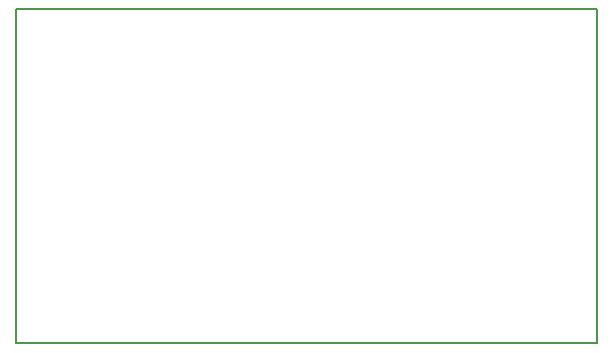
<source format=gm1>
G04 MADE WITH FRITZING*
G04 WWW.FRITZING.ORG*
G04 DOUBLE SIDED*
G04 HOLES PLATED*
G04 CONTOUR ON CENTER OF CONTOUR VECTOR*
%ASAXBY*%
%FSLAX23Y23*%
%MOIN*%
%OFA0B0*%
%SFA1.0B1.0*%
%ADD10R,1.945720X1.122810*%
%ADD11C,0.008000*%
%ADD10C,0.008*%
%LNCONTOUR*%
G90*
G70*
G54D10*
G54D11*
X11Y1111D02*
X1949Y1111D01*
X1949Y-3D01*
X11Y-3D01*
X11Y1111D01*
D02*
G04 End of contour*
M02*
</source>
